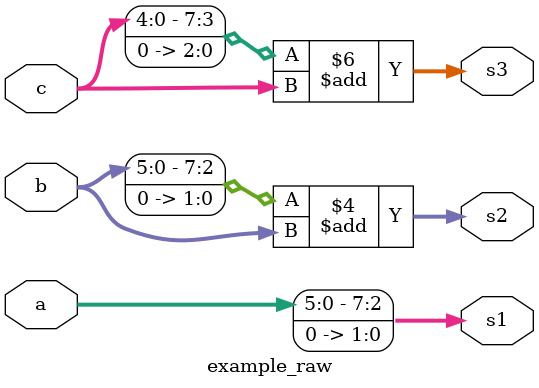
<source format=v>
module example_raw
#(parameter   BW = 8)
(
   input [BW-1:0] a,
   input [BW-1:0] b,
   input [BW-1:0] c,
   output reg [BW-1:0] s1,
   output reg [BW-1:0] s2,
   output reg [BW-1:0] s3
);

   always @ (a or b or c) begin
     s1 = a << 2;
     s2 = (b << 2) + b;
     s3 = (c << 3) + c;
   end
endmodule
</source>
